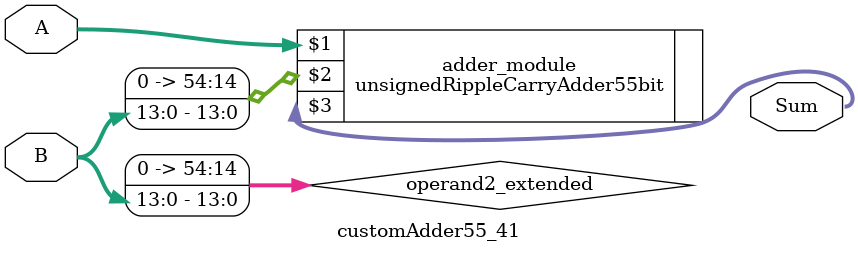
<source format=v>
module customAdder55_41(
                        input [54 : 0] A,
                        input [13 : 0] B,
                        
                        output [55 : 0] Sum
                );

        wire [54 : 0] operand2_extended;
        
        assign operand2_extended =  {41'b0, B};
        
        unsignedRippleCarryAdder55bit adder_module(
            A,
            operand2_extended,
            Sum
        );
        
        endmodule
        
</source>
